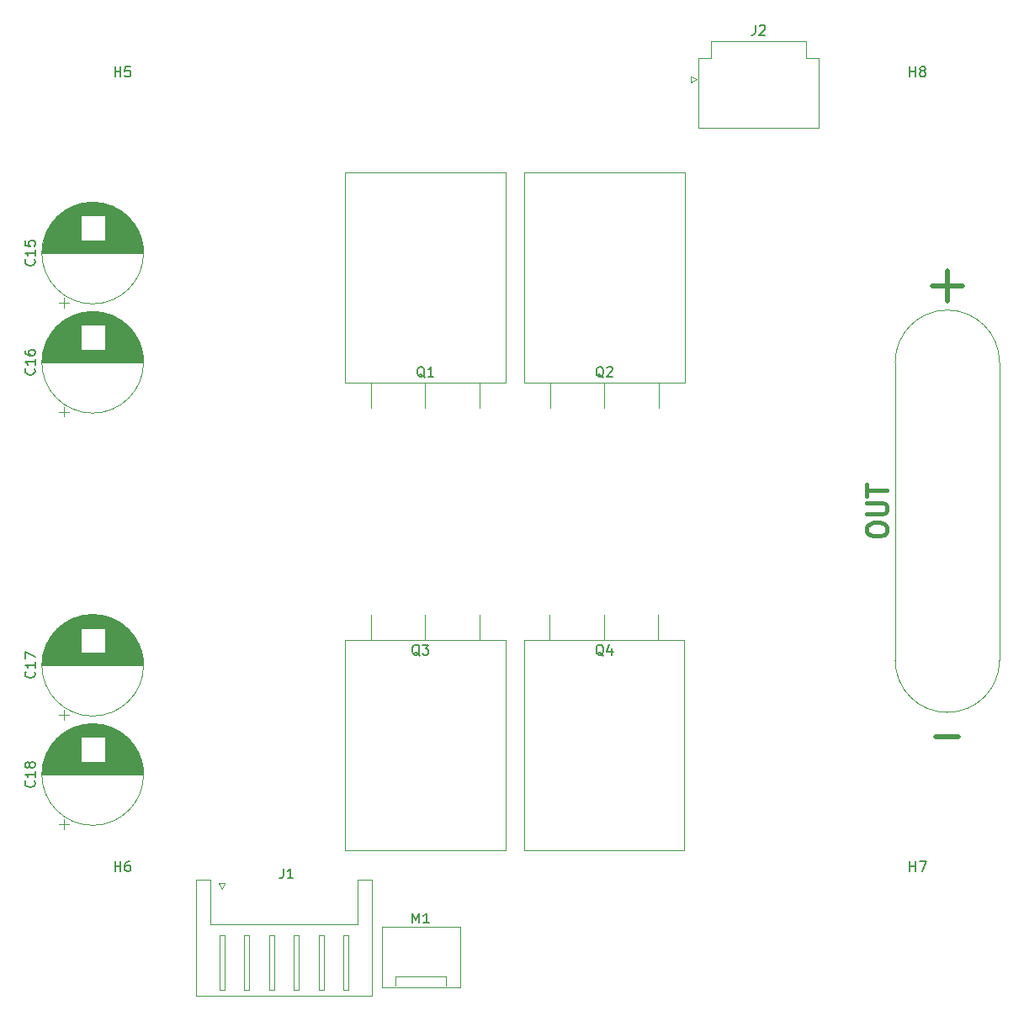
<source format=gbr>
G04 #@! TF.GenerationSoftware,KiCad,Pcbnew,5.1.10-88a1d61d58~88~ubuntu20.04.1*
G04 #@! TF.CreationDate,2021-05-27T23:52:00-04:00*
G04 #@! TF.ProjectId,universal-half-bridge,756e6976-6572-4736-916c-2d68616c662d,rev?*
G04 #@! TF.SameCoordinates,Original*
G04 #@! TF.FileFunction,Legend,Top*
G04 #@! TF.FilePolarity,Positive*
%FSLAX46Y46*%
G04 Gerber Fmt 4.6, Leading zero omitted, Abs format (unit mm)*
G04 Created by KiCad (PCBNEW 5.1.10-88a1d61d58~88~ubuntu20.04.1) date 2021-05-27 23:52:00*
%MOMM*%
%LPD*%
G01*
G04 APERTURE LIST*
%ADD10C,0.400000*%
%ADD11C,0.500000*%
%ADD12C,0.120000*%
%ADD13C,0.150000*%
G04 APERTURE END LIST*
D10*
X181904761Y-100000000D02*
X181904761Y-99619047D01*
X182000000Y-99428571D01*
X182190476Y-99238095D01*
X182571428Y-99142857D01*
X183238095Y-99142857D01*
X183619047Y-99238095D01*
X183809523Y-99428571D01*
X183904761Y-99619047D01*
X183904761Y-100000000D01*
X183809523Y-100190476D01*
X183619047Y-100380952D01*
X183238095Y-100476190D01*
X182571428Y-100476190D01*
X182190476Y-100380952D01*
X182000000Y-100190476D01*
X181904761Y-100000000D01*
X181904761Y-98285714D02*
X183523809Y-98285714D01*
X183714285Y-98190476D01*
X183809523Y-98095238D01*
X183904761Y-97904761D01*
X183904761Y-97523809D01*
X183809523Y-97333333D01*
X183714285Y-97238095D01*
X183523809Y-97142857D01*
X181904761Y-97142857D01*
X181904761Y-96476190D02*
X181904761Y-95333333D01*
X183904761Y-95904761D02*
X181904761Y-95904761D01*
D11*
X188857142Y-120714285D02*
X191142857Y-120714285D01*
X188476190Y-75285714D02*
X191523809Y-75285714D01*
X190000000Y-76809523D02*
X190000000Y-73761904D01*
D12*
X160900000Y-108400000D02*
X160900000Y-110960000D01*
X155450000Y-108400000D02*
X155450000Y-110960000D01*
X150000000Y-108400000D02*
X150000000Y-110960000D01*
X163520000Y-110960000D02*
X163520000Y-132150000D01*
X147380000Y-110960000D02*
X147380000Y-132150000D01*
X147380000Y-132150000D02*
X163520000Y-132150000D01*
X147380000Y-110960000D02*
X163520000Y-110960000D01*
X109120000Y-124500000D02*
G75*
G03*
X109120000Y-124500000I-5120000J0D01*
G01*
X98920000Y-124500000D02*
X109080000Y-124500000D01*
X98920000Y-124460000D02*
X109080000Y-124460000D01*
X98920000Y-124420000D02*
X109080000Y-124420000D01*
X98921000Y-124380000D02*
X109079000Y-124380000D01*
X98922000Y-124340000D02*
X109078000Y-124340000D01*
X98923000Y-124300000D02*
X109077000Y-124300000D01*
X98925000Y-124260000D02*
X109075000Y-124260000D01*
X98927000Y-124220000D02*
X109073000Y-124220000D01*
X98930000Y-124180000D02*
X109070000Y-124180000D01*
X98932000Y-124140000D02*
X109068000Y-124140000D01*
X98935000Y-124100000D02*
X109065000Y-124100000D01*
X98938000Y-124060000D02*
X109062000Y-124060000D01*
X98942000Y-124020000D02*
X109058000Y-124020000D01*
X98946000Y-123980000D02*
X109054000Y-123980000D01*
X98950000Y-123940000D02*
X109050000Y-123940000D01*
X98955000Y-123900000D02*
X109045000Y-123900000D01*
X98960000Y-123860000D02*
X109040000Y-123860000D01*
X98965000Y-123820000D02*
X109035000Y-123820000D01*
X98970000Y-123779000D02*
X109030000Y-123779000D01*
X98976000Y-123739000D02*
X109024000Y-123739000D01*
X98982000Y-123699000D02*
X109018000Y-123699000D01*
X98989000Y-123659000D02*
X109011000Y-123659000D01*
X98996000Y-123619000D02*
X109004000Y-123619000D01*
X99003000Y-123579000D02*
X108997000Y-123579000D01*
X99010000Y-123539000D02*
X108990000Y-123539000D01*
X99018000Y-123499000D02*
X108982000Y-123499000D01*
X99026000Y-123459000D02*
X108974000Y-123459000D01*
X99035000Y-123419000D02*
X108965000Y-123419000D01*
X99044000Y-123379000D02*
X108956000Y-123379000D01*
X99053000Y-123339000D02*
X108947000Y-123339000D01*
X99062000Y-123299000D02*
X108938000Y-123299000D01*
X99072000Y-123259000D02*
X108928000Y-123259000D01*
X99082000Y-123219000D02*
X102759000Y-123219000D01*
X105241000Y-123219000D02*
X108918000Y-123219000D01*
X99093000Y-123179000D02*
X102759000Y-123179000D01*
X105241000Y-123179000D02*
X108907000Y-123179000D01*
X99103000Y-123139000D02*
X102759000Y-123139000D01*
X105241000Y-123139000D02*
X108897000Y-123139000D01*
X99115000Y-123099000D02*
X102759000Y-123099000D01*
X105241000Y-123099000D02*
X108885000Y-123099000D01*
X99126000Y-123059000D02*
X102759000Y-123059000D01*
X105241000Y-123059000D02*
X108874000Y-123059000D01*
X99138000Y-123019000D02*
X102759000Y-123019000D01*
X105241000Y-123019000D02*
X108862000Y-123019000D01*
X99150000Y-122979000D02*
X102759000Y-122979000D01*
X105241000Y-122979000D02*
X108850000Y-122979000D01*
X99163000Y-122939000D02*
X102759000Y-122939000D01*
X105241000Y-122939000D02*
X108837000Y-122939000D01*
X99176000Y-122899000D02*
X102759000Y-122899000D01*
X105241000Y-122899000D02*
X108824000Y-122899000D01*
X99189000Y-122859000D02*
X102759000Y-122859000D01*
X105241000Y-122859000D02*
X108811000Y-122859000D01*
X99203000Y-122819000D02*
X102759000Y-122819000D01*
X105241000Y-122819000D02*
X108797000Y-122819000D01*
X99217000Y-122779000D02*
X102759000Y-122779000D01*
X105241000Y-122779000D02*
X108783000Y-122779000D01*
X99232000Y-122739000D02*
X102759000Y-122739000D01*
X105241000Y-122739000D02*
X108768000Y-122739000D01*
X99246000Y-122699000D02*
X102759000Y-122699000D01*
X105241000Y-122699000D02*
X108754000Y-122699000D01*
X99262000Y-122659000D02*
X102759000Y-122659000D01*
X105241000Y-122659000D02*
X108738000Y-122659000D01*
X99277000Y-122619000D02*
X102759000Y-122619000D01*
X105241000Y-122619000D02*
X108723000Y-122619000D01*
X99293000Y-122579000D02*
X102759000Y-122579000D01*
X105241000Y-122579000D02*
X108707000Y-122579000D01*
X99310000Y-122539000D02*
X102759000Y-122539000D01*
X105241000Y-122539000D02*
X108690000Y-122539000D01*
X99326000Y-122499000D02*
X102759000Y-122499000D01*
X105241000Y-122499000D02*
X108674000Y-122499000D01*
X99343000Y-122459000D02*
X102759000Y-122459000D01*
X105241000Y-122459000D02*
X108657000Y-122459000D01*
X99361000Y-122419000D02*
X102759000Y-122419000D01*
X105241000Y-122419000D02*
X108639000Y-122419000D01*
X99379000Y-122379000D02*
X102759000Y-122379000D01*
X105241000Y-122379000D02*
X108621000Y-122379000D01*
X99397000Y-122339000D02*
X102759000Y-122339000D01*
X105241000Y-122339000D02*
X108603000Y-122339000D01*
X99416000Y-122299000D02*
X102759000Y-122299000D01*
X105241000Y-122299000D02*
X108584000Y-122299000D01*
X99436000Y-122259000D02*
X102759000Y-122259000D01*
X105241000Y-122259000D02*
X108564000Y-122259000D01*
X99455000Y-122219000D02*
X102759000Y-122219000D01*
X105241000Y-122219000D02*
X108545000Y-122219000D01*
X99475000Y-122179000D02*
X102759000Y-122179000D01*
X105241000Y-122179000D02*
X108525000Y-122179000D01*
X99496000Y-122139000D02*
X102759000Y-122139000D01*
X105241000Y-122139000D02*
X108504000Y-122139000D01*
X99517000Y-122099000D02*
X102759000Y-122099000D01*
X105241000Y-122099000D02*
X108483000Y-122099000D01*
X99538000Y-122059000D02*
X102759000Y-122059000D01*
X105241000Y-122059000D02*
X108462000Y-122059000D01*
X99560000Y-122019000D02*
X102759000Y-122019000D01*
X105241000Y-122019000D02*
X108440000Y-122019000D01*
X99583000Y-121979000D02*
X102759000Y-121979000D01*
X105241000Y-121979000D02*
X108417000Y-121979000D01*
X99605000Y-121939000D02*
X102759000Y-121939000D01*
X105241000Y-121939000D02*
X108395000Y-121939000D01*
X99629000Y-121899000D02*
X102759000Y-121899000D01*
X105241000Y-121899000D02*
X108371000Y-121899000D01*
X99653000Y-121859000D02*
X102759000Y-121859000D01*
X105241000Y-121859000D02*
X108347000Y-121859000D01*
X99677000Y-121819000D02*
X102759000Y-121819000D01*
X105241000Y-121819000D02*
X108323000Y-121819000D01*
X99702000Y-121779000D02*
X102759000Y-121779000D01*
X105241000Y-121779000D02*
X108298000Y-121779000D01*
X99727000Y-121739000D02*
X102759000Y-121739000D01*
X105241000Y-121739000D02*
X108273000Y-121739000D01*
X99753000Y-121699000D02*
X102759000Y-121699000D01*
X105241000Y-121699000D02*
X108247000Y-121699000D01*
X99779000Y-121659000D02*
X102759000Y-121659000D01*
X105241000Y-121659000D02*
X108221000Y-121659000D01*
X99806000Y-121619000D02*
X102759000Y-121619000D01*
X105241000Y-121619000D02*
X108194000Y-121619000D01*
X99834000Y-121579000D02*
X102759000Y-121579000D01*
X105241000Y-121579000D02*
X108166000Y-121579000D01*
X99862000Y-121539000D02*
X102759000Y-121539000D01*
X105241000Y-121539000D02*
X108138000Y-121539000D01*
X99890000Y-121499000D02*
X102759000Y-121499000D01*
X105241000Y-121499000D02*
X108110000Y-121499000D01*
X99920000Y-121459000D02*
X102759000Y-121459000D01*
X105241000Y-121459000D02*
X108080000Y-121459000D01*
X99950000Y-121419000D02*
X102759000Y-121419000D01*
X105241000Y-121419000D02*
X108050000Y-121419000D01*
X99980000Y-121379000D02*
X102759000Y-121379000D01*
X105241000Y-121379000D02*
X108020000Y-121379000D01*
X100011000Y-121339000D02*
X102759000Y-121339000D01*
X105241000Y-121339000D02*
X107989000Y-121339000D01*
X100043000Y-121299000D02*
X102759000Y-121299000D01*
X105241000Y-121299000D02*
X107957000Y-121299000D01*
X100075000Y-121259000D02*
X102759000Y-121259000D01*
X105241000Y-121259000D02*
X107925000Y-121259000D01*
X100108000Y-121219000D02*
X102759000Y-121219000D01*
X105241000Y-121219000D02*
X107892000Y-121219000D01*
X100142000Y-121179000D02*
X102759000Y-121179000D01*
X105241000Y-121179000D02*
X107858000Y-121179000D01*
X100176000Y-121139000D02*
X102759000Y-121139000D01*
X105241000Y-121139000D02*
X107824000Y-121139000D01*
X100211000Y-121099000D02*
X102759000Y-121099000D01*
X105241000Y-121099000D02*
X107789000Y-121099000D01*
X100247000Y-121059000D02*
X102759000Y-121059000D01*
X105241000Y-121059000D02*
X107753000Y-121059000D01*
X100284000Y-121019000D02*
X102759000Y-121019000D01*
X105241000Y-121019000D02*
X107716000Y-121019000D01*
X100321000Y-120979000D02*
X102759000Y-120979000D01*
X105241000Y-120979000D02*
X107679000Y-120979000D01*
X100360000Y-120939000D02*
X102759000Y-120939000D01*
X105241000Y-120939000D02*
X107640000Y-120939000D01*
X100399000Y-120899000D02*
X102759000Y-120899000D01*
X105241000Y-120899000D02*
X107601000Y-120899000D01*
X100439000Y-120859000D02*
X102759000Y-120859000D01*
X105241000Y-120859000D02*
X107561000Y-120859000D01*
X100480000Y-120819000D02*
X102759000Y-120819000D01*
X105241000Y-120819000D02*
X107520000Y-120819000D01*
X100522000Y-120779000D02*
X102759000Y-120779000D01*
X105241000Y-120779000D02*
X107478000Y-120779000D01*
X100564000Y-120739000D02*
X107436000Y-120739000D01*
X100608000Y-120699000D02*
X107392000Y-120699000D01*
X100653000Y-120659000D02*
X107347000Y-120659000D01*
X100699000Y-120619000D02*
X107301000Y-120619000D01*
X100746000Y-120579000D02*
X107254000Y-120579000D01*
X100794000Y-120539000D02*
X107206000Y-120539000D01*
X100844000Y-120499000D02*
X107156000Y-120499000D01*
X100894000Y-120459000D02*
X107106000Y-120459000D01*
X100946000Y-120419000D02*
X107054000Y-120419000D01*
X101000000Y-120379000D02*
X107000000Y-120379000D01*
X101055000Y-120339000D02*
X106945000Y-120339000D01*
X101111000Y-120299000D02*
X106889000Y-120299000D01*
X101170000Y-120259000D02*
X106830000Y-120259000D01*
X101230000Y-120219000D02*
X106770000Y-120219000D01*
X101291000Y-120179000D02*
X106709000Y-120179000D01*
X101355000Y-120139000D02*
X106645000Y-120139000D01*
X101421000Y-120099000D02*
X106579000Y-120099000D01*
X101490000Y-120059000D02*
X106510000Y-120059000D01*
X101561000Y-120019000D02*
X106439000Y-120019000D01*
X101635000Y-119979000D02*
X106365000Y-119979000D01*
X101711000Y-119939000D02*
X106289000Y-119939000D01*
X101791000Y-119899000D02*
X106209000Y-119899000D01*
X101875000Y-119859000D02*
X106125000Y-119859000D01*
X101963000Y-119819000D02*
X106037000Y-119819000D01*
X102056000Y-119779000D02*
X105944000Y-119779000D01*
X102154000Y-119739000D02*
X105846000Y-119739000D01*
X102258000Y-119699000D02*
X105742000Y-119699000D01*
X102370000Y-119659000D02*
X105630000Y-119659000D01*
X102490000Y-119619000D02*
X105510000Y-119619000D01*
X102622000Y-119579000D02*
X105378000Y-119579000D01*
X102770000Y-119539000D02*
X105230000Y-119539000D01*
X102938000Y-119499000D02*
X105062000Y-119499000D01*
X103138000Y-119459000D02*
X104862000Y-119459000D01*
X103401000Y-119419000D02*
X104599000Y-119419000D01*
X101125000Y-129979646D02*
X101125000Y-128979646D01*
X100625000Y-129479646D02*
X101625000Y-129479646D01*
X109120000Y-113500000D02*
G75*
G03*
X109120000Y-113500000I-5120000J0D01*
G01*
X98920000Y-113500000D02*
X109080000Y-113500000D01*
X98920000Y-113460000D02*
X109080000Y-113460000D01*
X98920000Y-113420000D02*
X109080000Y-113420000D01*
X98921000Y-113380000D02*
X109079000Y-113380000D01*
X98922000Y-113340000D02*
X109078000Y-113340000D01*
X98923000Y-113300000D02*
X109077000Y-113300000D01*
X98925000Y-113260000D02*
X109075000Y-113260000D01*
X98927000Y-113220000D02*
X109073000Y-113220000D01*
X98930000Y-113180000D02*
X109070000Y-113180000D01*
X98932000Y-113140000D02*
X109068000Y-113140000D01*
X98935000Y-113100000D02*
X109065000Y-113100000D01*
X98938000Y-113060000D02*
X109062000Y-113060000D01*
X98942000Y-113020000D02*
X109058000Y-113020000D01*
X98946000Y-112980000D02*
X109054000Y-112980000D01*
X98950000Y-112940000D02*
X109050000Y-112940000D01*
X98955000Y-112900000D02*
X109045000Y-112900000D01*
X98960000Y-112860000D02*
X109040000Y-112860000D01*
X98965000Y-112820000D02*
X109035000Y-112820000D01*
X98970000Y-112779000D02*
X109030000Y-112779000D01*
X98976000Y-112739000D02*
X109024000Y-112739000D01*
X98982000Y-112699000D02*
X109018000Y-112699000D01*
X98989000Y-112659000D02*
X109011000Y-112659000D01*
X98996000Y-112619000D02*
X109004000Y-112619000D01*
X99003000Y-112579000D02*
X108997000Y-112579000D01*
X99010000Y-112539000D02*
X108990000Y-112539000D01*
X99018000Y-112499000D02*
X108982000Y-112499000D01*
X99026000Y-112459000D02*
X108974000Y-112459000D01*
X99035000Y-112419000D02*
X108965000Y-112419000D01*
X99044000Y-112379000D02*
X108956000Y-112379000D01*
X99053000Y-112339000D02*
X108947000Y-112339000D01*
X99062000Y-112299000D02*
X108938000Y-112299000D01*
X99072000Y-112259000D02*
X108928000Y-112259000D01*
X99082000Y-112219000D02*
X102759000Y-112219000D01*
X105241000Y-112219000D02*
X108918000Y-112219000D01*
X99093000Y-112179000D02*
X102759000Y-112179000D01*
X105241000Y-112179000D02*
X108907000Y-112179000D01*
X99103000Y-112139000D02*
X102759000Y-112139000D01*
X105241000Y-112139000D02*
X108897000Y-112139000D01*
X99115000Y-112099000D02*
X102759000Y-112099000D01*
X105241000Y-112099000D02*
X108885000Y-112099000D01*
X99126000Y-112059000D02*
X102759000Y-112059000D01*
X105241000Y-112059000D02*
X108874000Y-112059000D01*
X99138000Y-112019000D02*
X102759000Y-112019000D01*
X105241000Y-112019000D02*
X108862000Y-112019000D01*
X99150000Y-111979000D02*
X102759000Y-111979000D01*
X105241000Y-111979000D02*
X108850000Y-111979000D01*
X99163000Y-111939000D02*
X102759000Y-111939000D01*
X105241000Y-111939000D02*
X108837000Y-111939000D01*
X99176000Y-111899000D02*
X102759000Y-111899000D01*
X105241000Y-111899000D02*
X108824000Y-111899000D01*
X99189000Y-111859000D02*
X102759000Y-111859000D01*
X105241000Y-111859000D02*
X108811000Y-111859000D01*
X99203000Y-111819000D02*
X102759000Y-111819000D01*
X105241000Y-111819000D02*
X108797000Y-111819000D01*
X99217000Y-111779000D02*
X102759000Y-111779000D01*
X105241000Y-111779000D02*
X108783000Y-111779000D01*
X99232000Y-111739000D02*
X102759000Y-111739000D01*
X105241000Y-111739000D02*
X108768000Y-111739000D01*
X99246000Y-111699000D02*
X102759000Y-111699000D01*
X105241000Y-111699000D02*
X108754000Y-111699000D01*
X99262000Y-111659000D02*
X102759000Y-111659000D01*
X105241000Y-111659000D02*
X108738000Y-111659000D01*
X99277000Y-111619000D02*
X102759000Y-111619000D01*
X105241000Y-111619000D02*
X108723000Y-111619000D01*
X99293000Y-111579000D02*
X102759000Y-111579000D01*
X105241000Y-111579000D02*
X108707000Y-111579000D01*
X99310000Y-111539000D02*
X102759000Y-111539000D01*
X105241000Y-111539000D02*
X108690000Y-111539000D01*
X99326000Y-111499000D02*
X102759000Y-111499000D01*
X105241000Y-111499000D02*
X108674000Y-111499000D01*
X99343000Y-111459000D02*
X102759000Y-111459000D01*
X105241000Y-111459000D02*
X108657000Y-111459000D01*
X99361000Y-111419000D02*
X102759000Y-111419000D01*
X105241000Y-111419000D02*
X108639000Y-111419000D01*
X99379000Y-111379000D02*
X102759000Y-111379000D01*
X105241000Y-111379000D02*
X108621000Y-111379000D01*
X99397000Y-111339000D02*
X102759000Y-111339000D01*
X105241000Y-111339000D02*
X108603000Y-111339000D01*
X99416000Y-111299000D02*
X102759000Y-111299000D01*
X105241000Y-111299000D02*
X108584000Y-111299000D01*
X99436000Y-111259000D02*
X102759000Y-111259000D01*
X105241000Y-111259000D02*
X108564000Y-111259000D01*
X99455000Y-111219000D02*
X102759000Y-111219000D01*
X105241000Y-111219000D02*
X108545000Y-111219000D01*
X99475000Y-111179000D02*
X102759000Y-111179000D01*
X105241000Y-111179000D02*
X108525000Y-111179000D01*
X99496000Y-111139000D02*
X102759000Y-111139000D01*
X105241000Y-111139000D02*
X108504000Y-111139000D01*
X99517000Y-111099000D02*
X102759000Y-111099000D01*
X105241000Y-111099000D02*
X108483000Y-111099000D01*
X99538000Y-111059000D02*
X102759000Y-111059000D01*
X105241000Y-111059000D02*
X108462000Y-111059000D01*
X99560000Y-111019000D02*
X102759000Y-111019000D01*
X105241000Y-111019000D02*
X108440000Y-111019000D01*
X99583000Y-110979000D02*
X102759000Y-110979000D01*
X105241000Y-110979000D02*
X108417000Y-110979000D01*
X99605000Y-110939000D02*
X102759000Y-110939000D01*
X105241000Y-110939000D02*
X108395000Y-110939000D01*
X99629000Y-110899000D02*
X102759000Y-110899000D01*
X105241000Y-110899000D02*
X108371000Y-110899000D01*
X99653000Y-110859000D02*
X102759000Y-110859000D01*
X105241000Y-110859000D02*
X108347000Y-110859000D01*
X99677000Y-110819000D02*
X102759000Y-110819000D01*
X105241000Y-110819000D02*
X108323000Y-110819000D01*
X99702000Y-110779000D02*
X102759000Y-110779000D01*
X105241000Y-110779000D02*
X108298000Y-110779000D01*
X99727000Y-110739000D02*
X102759000Y-110739000D01*
X105241000Y-110739000D02*
X108273000Y-110739000D01*
X99753000Y-110699000D02*
X102759000Y-110699000D01*
X105241000Y-110699000D02*
X108247000Y-110699000D01*
X99779000Y-110659000D02*
X102759000Y-110659000D01*
X105241000Y-110659000D02*
X108221000Y-110659000D01*
X99806000Y-110619000D02*
X102759000Y-110619000D01*
X105241000Y-110619000D02*
X108194000Y-110619000D01*
X99834000Y-110579000D02*
X102759000Y-110579000D01*
X105241000Y-110579000D02*
X108166000Y-110579000D01*
X99862000Y-110539000D02*
X102759000Y-110539000D01*
X105241000Y-110539000D02*
X108138000Y-110539000D01*
X99890000Y-110499000D02*
X102759000Y-110499000D01*
X105241000Y-110499000D02*
X108110000Y-110499000D01*
X99920000Y-110459000D02*
X102759000Y-110459000D01*
X105241000Y-110459000D02*
X108080000Y-110459000D01*
X99950000Y-110419000D02*
X102759000Y-110419000D01*
X105241000Y-110419000D02*
X108050000Y-110419000D01*
X99980000Y-110379000D02*
X102759000Y-110379000D01*
X105241000Y-110379000D02*
X108020000Y-110379000D01*
X100011000Y-110339000D02*
X102759000Y-110339000D01*
X105241000Y-110339000D02*
X107989000Y-110339000D01*
X100043000Y-110299000D02*
X102759000Y-110299000D01*
X105241000Y-110299000D02*
X107957000Y-110299000D01*
X100075000Y-110259000D02*
X102759000Y-110259000D01*
X105241000Y-110259000D02*
X107925000Y-110259000D01*
X100108000Y-110219000D02*
X102759000Y-110219000D01*
X105241000Y-110219000D02*
X107892000Y-110219000D01*
X100142000Y-110179000D02*
X102759000Y-110179000D01*
X105241000Y-110179000D02*
X107858000Y-110179000D01*
X100176000Y-110139000D02*
X102759000Y-110139000D01*
X105241000Y-110139000D02*
X107824000Y-110139000D01*
X100211000Y-110099000D02*
X102759000Y-110099000D01*
X105241000Y-110099000D02*
X107789000Y-110099000D01*
X100247000Y-110059000D02*
X102759000Y-110059000D01*
X105241000Y-110059000D02*
X107753000Y-110059000D01*
X100284000Y-110019000D02*
X102759000Y-110019000D01*
X105241000Y-110019000D02*
X107716000Y-110019000D01*
X100321000Y-109979000D02*
X102759000Y-109979000D01*
X105241000Y-109979000D02*
X107679000Y-109979000D01*
X100360000Y-109939000D02*
X102759000Y-109939000D01*
X105241000Y-109939000D02*
X107640000Y-109939000D01*
X100399000Y-109899000D02*
X102759000Y-109899000D01*
X105241000Y-109899000D02*
X107601000Y-109899000D01*
X100439000Y-109859000D02*
X102759000Y-109859000D01*
X105241000Y-109859000D02*
X107561000Y-109859000D01*
X100480000Y-109819000D02*
X102759000Y-109819000D01*
X105241000Y-109819000D02*
X107520000Y-109819000D01*
X100522000Y-109779000D02*
X102759000Y-109779000D01*
X105241000Y-109779000D02*
X107478000Y-109779000D01*
X100564000Y-109739000D02*
X107436000Y-109739000D01*
X100608000Y-109699000D02*
X107392000Y-109699000D01*
X100653000Y-109659000D02*
X107347000Y-109659000D01*
X100699000Y-109619000D02*
X107301000Y-109619000D01*
X100746000Y-109579000D02*
X107254000Y-109579000D01*
X100794000Y-109539000D02*
X107206000Y-109539000D01*
X100844000Y-109499000D02*
X107156000Y-109499000D01*
X100894000Y-109459000D02*
X107106000Y-109459000D01*
X100946000Y-109419000D02*
X107054000Y-109419000D01*
X101000000Y-109379000D02*
X107000000Y-109379000D01*
X101055000Y-109339000D02*
X106945000Y-109339000D01*
X101111000Y-109299000D02*
X106889000Y-109299000D01*
X101170000Y-109259000D02*
X106830000Y-109259000D01*
X101230000Y-109219000D02*
X106770000Y-109219000D01*
X101291000Y-109179000D02*
X106709000Y-109179000D01*
X101355000Y-109139000D02*
X106645000Y-109139000D01*
X101421000Y-109099000D02*
X106579000Y-109099000D01*
X101490000Y-109059000D02*
X106510000Y-109059000D01*
X101561000Y-109019000D02*
X106439000Y-109019000D01*
X101635000Y-108979000D02*
X106365000Y-108979000D01*
X101711000Y-108939000D02*
X106289000Y-108939000D01*
X101791000Y-108899000D02*
X106209000Y-108899000D01*
X101875000Y-108859000D02*
X106125000Y-108859000D01*
X101963000Y-108819000D02*
X106037000Y-108819000D01*
X102056000Y-108779000D02*
X105944000Y-108779000D01*
X102154000Y-108739000D02*
X105846000Y-108739000D01*
X102258000Y-108699000D02*
X105742000Y-108699000D01*
X102370000Y-108659000D02*
X105630000Y-108659000D01*
X102490000Y-108619000D02*
X105510000Y-108619000D01*
X102622000Y-108579000D02*
X105378000Y-108579000D01*
X102770000Y-108539000D02*
X105230000Y-108539000D01*
X102938000Y-108499000D02*
X105062000Y-108499000D01*
X103138000Y-108459000D02*
X104862000Y-108459000D01*
X103401000Y-108419000D02*
X104599000Y-108419000D01*
X101125000Y-118979646D02*
X101125000Y-117979646D01*
X100625000Y-118479646D02*
X101625000Y-118479646D01*
X109120000Y-83000000D02*
G75*
G03*
X109120000Y-83000000I-5120000J0D01*
G01*
X98920000Y-83000000D02*
X109080000Y-83000000D01*
X98920000Y-82960000D02*
X109080000Y-82960000D01*
X98920000Y-82920000D02*
X109080000Y-82920000D01*
X98921000Y-82880000D02*
X109079000Y-82880000D01*
X98922000Y-82840000D02*
X109078000Y-82840000D01*
X98923000Y-82800000D02*
X109077000Y-82800000D01*
X98925000Y-82760000D02*
X109075000Y-82760000D01*
X98927000Y-82720000D02*
X109073000Y-82720000D01*
X98930000Y-82680000D02*
X109070000Y-82680000D01*
X98932000Y-82640000D02*
X109068000Y-82640000D01*
X98935000Y-82600000D02*
X109065000Y-82600000D01*
X98938000Y-82560000D02*
X109062000Y-82560000D01*
X98942000Y-82520000D02*
X109058000Y-82520000D01*
X98946000Y-82480000D02*
X109054000Y-82480000D01*
X98950000Y-82440000D02*
X109050000Y-82440000D01*
X98955000Y-82400000D02*
X109045000Y-82400000D01*
X98960000Y-82360000D02*
X109040000Y-82360000D01*
X98965000Y-82320000D02*
X109035000Y-82320000D01*
X98970000Y-82279000D02*
X109030000Y-82279000D01*
X98976000Y-82239000D02*
X109024000Y-82239000D01*
X98982000Y-82199000D02*
X109018000Y-82199000D01*
X98989000Y-82159000D02*
X109011000Y-82159000D01*
X98996000Y-82119000D02*
X109004000Y-82119000D01*
X99003000Y-82079000D02*
X108997000Y-82079000D01*
X99010000Y-82039000D02*
X108990000Y-82039000D01*
X99018000Y-81999000D02*
X108982000Y-81999000D01*
X99026000Y-81959000D02*
X108974000Y-81959000D01*
X99035000Y-81919000D02*
X108965000Y-81919000D01*
X99044000Y-81879000D02*
X108956000Y-81879000D01*
X99053000Y-81839000D02*
X108947000Y-81839000D01*
X99062000Y-81799000D02*
X108938000Y-81799000D01*
X99072000Y-81759000D02*
X108928000Y-81759000D01*
X99082000Y-81719000D02*
X102759000Y-81719000D01*
X105241000Y-81719000D02*
X108918000Y-81719000D01*
X99093000Y-81679000D02*
X102759000Y-81679000D01*
X105241000Y-81679000D02*
X108907000Y-81679000D01*
X99103000Y-81639000D02*
X102759000Y-81639000D01*
X105241000Y-81639000D02*
X108897000Y-81639000D01*
X99115000Y-81599000D02*
X102759000Y-81599000D01*
X105241000Y-81599000D02*
X108885000Y-81599000D01*
X99126000Y-81559000D02*
X102759000Y-81559000D01*
X105241000Y-81559000D02*
X108874000Y-81559000D01*
X99138000Y-81519000D02*
X102759000Y-81519000D01*
X105241000Y-81519000D02*
X108862000Y-81519000D01*
X99150000Y-81479000D02*
X102759000Y-81479000D01*
X105241000Y-81479000D02*
X108850000Y-81479000D01*
X99163000Y-81439000D02*
X102759000Y-81439000D01*
X105241000Y-81439000D02*
X108837000Y-81439000D01*
X99176000Y-81399000D02*
X102759000Y-81399000D01*
X105241000Y-81399000D02*
X108824000Y-81399000D01*
X99189000Y-81359000D02*
X102759000Y-81359000D01*
X105241000Y-81359000D02*
X108811000Y-81359000D01*
X99203000Y-81319000D02*
X102759000Y-81319000D01*
X105241000Y-81319000D02*
X108797000Y-81319000D01*
X99217000Y-81279000D02*
X102759000Y-81279000D01*
X105241000Y-81279000D02*
X108783000Y-81279000D01*
X99232000Y-81239000D02*
X102759000Y-81239000D01*
X105241000Y-81239000D02*
X108768000Y-81239000D01*
X99246000Y-81199000D02*
X102759000Y-81199000D01*
X105241000Y-81199000D02*
X108754000Y-81199000D01*
X99262000Y-81159000D02*
X102759000Y-81159000D01*
X105241000Y-81159000D02*
X108738000Y-81159000D01*
X99277000Y-81119000D02*
X102759000Y-81119000D01*
X105241000Y-81119000D02*
X108723000Y-81119000D01*
X99293000Y-81079000D02*
X102759000Y-81079000D01*
X105241000Y-81079000D02*
X108707000Y-81079000D01*
X99310000Y-81039000D02*
X102759000Y-81039000D01*
X105241000Y-81039000D02*
X108690000Y-81039000D01*
X99326000Y-80999000D02*
X102759000Y-80999000D01*
X105241000Y-80999000D02*
X108674000Y-80999000D01*
X99343000Y-80959000D02*
X102759000Y-80959000D01*
X105241000Y-80959000D02*
X108657000Y-80959000D01*
X99361000Y-80919000D02*
X102759000Y-80919000D01*
X105241000Y-80919000D02*
X108639000Y-80919000D01*
X99379000Y-80879000D02*
X102759000Y-80879000D01*
X105241000Y-80879000D02*
X108621000Y-80879000D01*
X99397000Y-80839000D02*
X102759000Y-80839000D01*
X105241000Y-80839000D02*
X108603000Y-80839000D01*
X99416000Y-80799000D02*
X102759000Y-80799000D01*
X105241000Y-80799000D02*
X108584000Y-80799000D01*
X99436000Y-80759000D02*
X102759000Y-80759000D01*
X105241000Y-80759000D02*
X108564000Y-80759000D01*
X99455000Y-80719000D02*
X102759000Y-80719000D01*
X105241000Y-80719000D02*
X108545000Y-80719000D01*
X99475000Y-80679000D02*
X102759000Y-80679000D01*
X105241000Y-80679000D02*
X108525000Y-80679000D01*
X99496000Y-80639000D02*
X102759000Y-80639000D01*
X105241000Y-80639000D02*
X108504000Y-80639000D01*
X99517000Y-80599000D02*
X102759000Y-80599000D01*
X105241000Y-80599000D02*
X108483000Y-80599000D01*
X99538000Y-80559000D02*
X102759000Y-80559000D01*
X105241000Y-80559000D02*
X108462000Y-80559000D01*
X99560000Y-80519000D02*
X102759000Y-80519000D01*
X105241000Y-80519000D02*
X108440000Y-80519000D01*
X99583000Y-80479000D02*
X102759000Y-80479000D01*
X105241000Y-80479000D02*
X108417000Y-80479000D01*
X99605000Y-80439000D02*
X102759000Y-80439000D01*
X105241000Y-80439000D02*
X108395000Y-80439000D01*
X99629000Y-80399000D02*
X102759000Y-80399000D01*
X105241000Y-80399000D02*
X108371000Y-80399000D01*
X99653000Y-80359000D02*
X102759000Y-80359000D01*
X105241000Y-80359000D02*
X108347000Y-80359000D01*
X99677000Y-80319000D02*
X102759000Y-80319000D01*
X105241000Y-80319000D02*
X108323000Y-80319000D01*
X99702000Y-80279000D02*
X102759000Y-80279000D01*
X105241000Y-80279000D02*
X108298000Y-80279000D01*
X99727000Y-80239000D02*
X102759000Y-80239000D01*
X105241000Y-80239000D02*
X108273000Y-80239000D01*
X99753000Y-80199000D02*
X102759000Y-80199000D01*
X105241000Y-80199000D02*
X108247000Y-80199000D01*
X99779000Y-80159000D02*
X102759000Y-80159000D01*
X105241000Y-80159000D02*
X108221000Y-80159000D01*
X99806000Y-80119000D02*
X102759000Y-80119000D01*
X105241000Y-80119000D02*
X108194000Y-80119000D01*
X99834000Y-80079000D02*
X102759000Y-80079000D01*
X105241000Y-80079000D02*
X108166000Y-80079000D01*
X99862000Y-80039000D02*
X102759000Y-80039000D01*
X105241000Y-80039000D02*
X108138000Y-80039000D01*
X99890000Y-79999000D02*
X102759000Y-79999000D01*
X105241000Y-79999000D02*
X108110000Y-79999000D01*
X99920000Y-79959000D02*
X102759000Y-79959000D01*
X105241000Y-79959000D02*
X108080000Y-79959000D01*
X99950000Y-79919000D02*
X102759000Y-79919000D01*
X105241000Y-79919000D02*
X108050000Y-79919000D01*
X99980000Y-79879000D02*
X102759000Y-79879000D01*
X105241000Y-79879000D02*
X108020000Y-79879000D01*
X100011000Y-79839000D02*
X102759000Y-79839000D01*
X105241000Y-79839000D02*
X107989000Y-79839000D01*
X100043000Y-79799000D02*
X102759000Y-79799000D01*
X105241000Y-79799000D02*
X107957000Y-79799000D01*
X100075000Y-79759000D02*
X102759000Y-79759000D01*
X105241000Y-79759000D02*
X107925000Y-79759000D01*
X100108000Y-79719000D02*
X102759000Y-79719000D01*
X105241000Y-79719000D02*
X107892000Y-79719000D01*
X100142000Y-79679000D02*
X102759000Y-79679000D01*
X105241000Y-79679000D02*
X107858000Y-79679000D01*
X100176000Y-79639000D02*
X102759000Y-79639000D01*
X105241000Y-79639000D02*
X107824000Y-79639000D01*
X100211000Y-79599000D02*
X102759000Y-79599000D01*
X105241000Y-79599000D02*
X107789000Y-79599000D01*
X100247000Y-79559000D02*
X102759000Y-79559000D01*
X105241000Y-79559000D02*
X107753000Y-79559000D01*
X100284000Y-79519000D02*
X102759000Y-79519000D01*
X105241000Y-79519000D02*
X107716000Y-79519000D01*
X100321000Y-79479000D02*
X102759000Y-79479000D01*
X105241000Y-79479000D02*
X107679000Y-79479000D01*
X100360000Y-79439000D02*
X102759000Y-79439000D01*
X105241000Y-79439000D02*
X107640000Y-79439000D01*
X100399000Y-79399000D02*
X102759000Y-79399000D01*
X105241000Y-79399000D02*
X107601000Y-79399000D01*
X100439000Y-79359000D02*
X102759000Y-79359000D01*
X105241000Y-79359000D02*
X107561000Y-79359000D01*
X100480000Y-79319000D02*
X102759000Y-79319000D01*
X105241000Y-79319000D02*
X107520000Y-79319000D01*
X100522000Y-79279000D02*
X102759000Y-79279000D01*
X105241000Y-79279000D02*
X107478000Y-79279000D01*
X100564000Y-79239000D02*
X107436000Y-79239000D01*
X100608000Y-79199000D02*
X107392000Y-79199000D01*
X100653000Y-79159000D02*
X107347000Y-79159000D01*
X100699000Y-79119000D02*
X107301000Y-79119000D01*
X100746000Y-79079000D02*
X107254000Y-79079000D01*
X100794000Y-79039000D02*
X107206000Y-79039000D01*
X100844000Y-78999000D02*
X107156000Y-78999000D01*
X100894000Y-78959000D02*
X107106000Y-78959000D01*
X100946000Y-78919000D02*
X107054000Y-78919000D01*
X101000000Y-78879000D02*
X107000000Y-78879000D01*
X101055000Y-78839000D02*
X106945000Y-78839000D01*
X101111000Y-78799000D02*
X106889000Y-78799000D01*
X101170000Y-78759000D02*
X106830000Y-78759000D01*
X101230000Y-78719000D02*
X106770000Y-78719000D01*
X101291000Y-78679000D02*
X106709000Y-78679000D01*
X101355000Y-78639000D02*
X106645000Y-78639000D01*
X101421000Y-78599000D02*
X106579000Y-78599000D01*
X101490000Y-78559000D02*
X106510000Y-78559000D01*
X101561000Y-78519000D02*
X106439000Y-78519000D01*
X101635000Y-78479000D02*
X106365000Y-78479000D01*
X101711000Y-78439000D02*
X106289000Y-78439000D01*
X101791000Y-78399000D02*
X106209000Y-78399000D01*
X101875000Y-78359000D02*
X106125000Y-78359000D01*
X101963000Y-78319000D02*
X106037000Y-78319000D01*
X102056000Y-78279000D02*
X105944000Y-78279000D01*
X102154000Y-78239000D02*
X105846000Y-78239000D01*
X102258000Y-78199000D02*
X105742000Y-78199000D01*
X102370000Y-78159000D02*
X105630000Y-78159000D01*
X102490000Y-78119000D02*
X105510000Y-78119000D01*
X102622000Y-78079000D02*
X105378000Y-78079000D01*
X102770000Y-78039000D02*
X105230000Y-78039000D01*
X102938000Y-77999000D02*
X105062000Y-77999000D01*
X103138000Y-77959000D02*
X104862000Y-77959000D01*
X103401000Y-77919000D02*
X104599000Y-77919000D01*
X101125000Y-88479646D02*
X101125000Y-87479646D01*
X100625000Y-87979646D02*
X101625000Y-87979646D01*
X109120000Y-72000000D02*
G75*
G03*
X109120000Y-72000000I-5120000J0D01*
G01*
X98920000Y-72000000D02*
X109080000Y-72000000D01*
X98920000Y-71960000D02*
X109080000Y-71960000D01*
X98920000Y-71920000D02*
X109080000Y-71920000D01*
X98921000Y-71880000D02*
X109079000Y-71880000D01*
X98922000Y-71840000D02*
X109078000Y-71840000D01*
X98923000Y-71800000D02*
X109077000Y-71800000D01*
X98925000Y-71760000D02*
X109075000Y-71760000D01*
X98927000Y-71720000D02*
X109073000Y-71720000D01*
X98930000Y-71680000D02*
X109070000Y-71680000D01*
X98932000Y-71640000D02*
X109068000Y-71640000D01*
X98935000Y-71600000D02*
X109065000Y-71600000D01*
X98938000Y-71560000D02*
X109062000Y-71560000D01*
X98942000Y-71520000D02*
X109058000Y-71520000D01*
X98946000Y-71480000D02*
X109054000Y-71480000D01*
X98950000Y-71440000D02*
X109050000Y-71440000D01*
X98955000Y-71400000D02*
X109045000Y-71400000D01*
X98960000Y-71360000D02*
X109040000Y-71360000D01*
X98965000Y-71320000D02*
X109035000Y-71320000D01*
X98970000Y-71279000D02*
X109030000Y-71279000D01*
X98976000Y-71239000D02*
X109024000Y-71239000D01*
X98982000Y-71199000D02*
X109018000Y-71199000D01*
X98989000Y-71159000D02*
X109011000Y-71159000D01*
X98996000Y-71119000D02*
X109004000Y-71119000D01*
X99003000Y-71079000D02*
X108997000Y-71079000D01*
X99010000Y-71039000D02*
X108990000Y-71039000D01*
X99018000Y-70999000D02*
X108982000Y-70999000D01*
X99026000Y-70959000D02*
X108974000Y-70959000D01*
X99035000Y-70919000D02*
X108965000Y-70919000D01*
X99044000Y-70879000D02*
X108956000Y-70879000D01*
X99053000Y-70839000D02*
X108947000Y-70839000D01*
X99062000Y-70799000D02*
X108938000Y-70799000D01*
X99072000Y-70759000D02*
X108928000Y-70759000D01*
X99082000Y-70719000D02*
X102759000Y-70719000D01*
X105241000Y-70719000D02*
X108918000Y-70719000D01*
X99093000Y-70679000D02*
X102759000Y-70679000D01*
X105241000Y-70679000D02*
X108907000Y-70679000D01*
X99103000Y-70639000D02*
X102759000Y-70639000D01*
X105241000Y-70639000D02*
X108897000Y-70639000D01*
X99115000Y-70599000D02*
X102759000Y-70599000D01*
X105241000Y-70599000D02*
X108885000Y-70599000D01*
X99126000Y-70559000D02*
X102759000Y-70559000D01*
X105241000Y-70559000D02*
X108874000Y-70559000D01*
X99138000Y-70519000D02*
X102759000Y-70519000D01*
X105241000Y-70519000D02*
X108862000Y-70519000D01*
X99150000Y-70479000D02*
X102759000Y-70479000D01*
X105241000Y-70479000D02*
X108850000Y-70479000D01*
X99163000Y-70439000D02*
X102759000Y-70439000D01*
X105241000Y-70439000D02*
X108837000Y-70439000D01*
X99176000Y-70399000D02*
X102759000Y-70399000D01*
X105241000Y-70399000D02*
X108824000Y-70399000D01*
X99189000Y-70359000D02*
X102759000Y-70359000D01*
X105241000Y-70359000D02*
X108811000Y-70359000D01*
X99203000Y-70319000D02*
X102759000Y-70319000D01*
X105241000Y-70319000D02*
X108797000Y-70319000D01*
X99217000Y-70279000D02*
X102759000Y-70279000D01*
X105241000Y-70279000D02*
X108783000Y-70279000D01*
X99232000Y-70239000D02*
X102759000Y-70239000D01*
X105241000Y-70239000D02*
X108768000Y-70239000D01*
X99246000Y-70199000D02*
X102759000Y-70199000D01*
X105241000Y-70199000D02*
X108754000Y-70199000D01*
X99262000Y-70159000D02*
X102759000Y-70159000D01*
X105241000Y-70159000D02*
X108738000Y-70159000D01*
X99277000Y-70119000D02*
X102759000Y-70119000D01*
X105241000Y-70119000D02*
X108723000Y-70119000D01*
X99293000Y-70079000D02*
X102759000Y-70079000D01*
X105241000Y-70079000D02*
X108707000Y-70079000D01*
X99310000Y-70039000D02*
X102759000Y-70039000D01*
X105241000Y-70039000D02*
X108690000Y-70039000D01*
X99326000Y-69999000D02*
X102759000Y-69999000D01*
X105241000Y-69999000D02*
X108674000Y-69999000D01*
X99343000Y-69959000D02*
X102759000Y-69959000D01*
X105241000Y-69959000D02*
X108657000Y-69959000D01*
X99361000Y-69919000D02*
X102759000Y-69919000D01*
X105241000Y-69919000D02*
X108639000Y-69919000D01*
X99379000Y-69879000D02*
X102759000Y-69879000D01*
X105241000Y-69879000D02*
X108621000Y-69879000D01*
X99397000Y-69839000D02*
X102759000Y-69839000D01*
X105241000Y-69839000D02*
X108603000Y-69839000D01*
X99416000Y-69799000D02*
X102759000Y-69799000D01*
X105241000Y-69799000D02*
X108584000Y-69799000D01*
X99436000Y-69759000D02*
X102759000Y-69759000D01*
X105241000Y-69759000D02*
X108564000Y-69759000D01*
X99455000Y-69719000D02*
X102759000Y-69719000D01*
X105241000Y-69719000D02*
X108545000Y-69719000D01*
X99475000Y-69679000D02*
X102759000Y-69679000D01*
X105241000Y-69679000D02*
X108525000Y-69679000D01*
X99496000Y-69639000D02*
X102759000Y-69639000D01*
X105241000Y-69639000D02*
X108504000Y-69639000D01*
X99517000Y-69599000D02*
X102759000Y-69599000D01*
X105241000Y-69599000D02*
X108483000Y-69599000D01*
X99538000Y-69559000D02*
X102759000Y-69559000D01*
X105241000Y-69559000D02*
X108462000Y-69559000D01*
X99560000Y-69519000D02*
X102759000Y-69519000D01*
X105241000Y-69519000D02*
X108440000Y-69519000D01*
X99583000Y-69479000D02*
X102759000Y-69479000D01*
X105241000Y-69479000D02*
X108417000Y-69479000D01*
X99605000Y-69439000D02*
X102759000Y-69439000D01*
X105241000Y-69439000D02*
X108395000Y-69439000D01*
X99629000Y-69399000D02*
X102759000Y-69399000D01*
X105241000Y-69399000D02*
X108371000Y-69399000D01*
X99653000Y-69359000D02*
X102759000Y-69359000D01*
X105241000Y-69359000D02*
X108347000Y-69359000D01*
X99677000Y-69319000D02*
X102759000Y-69319000D01*
X105241000Y-69319000D02*
X108323000Y-69319000D01*
X99702000Y-69279000D02*
X102759000Y-69279000D01*
X105241000Y-69279000D02*
X108298000Y-69279000D01*
X99727000Y-69239000D02*
X102759000Y-69239000D01*
X105241000Y-69239000D02*
X108273000Y-69239000D01*
X99753000Y-69199000D02*
X102759000Y-69199000D01*
X105241000Y-69199000D02*
X108247000Y-69199000D01*
X99779000Y-69159000D02*
X102759000Y-69159000D01*
X105241000Y-69159000D02*
X108221000Y-69159000D01*
X99806000Y-69119000D02*
X102759000Y-69119000D01*
X105241000Y-69119000D02*
X108194000Y-69119000D01*
X99834000Y-69079000D02*
X102759000Y-69079000D01*
X105241000Y-69079000D02*
X108166000Y-69079000D01*
X99862000Y-69039000D02*
X102759000Y-69039000D01*
X105241000Y-69039000D02*
X108138000Y-69039000D01*
X99890000Y-68999000D02*
X102759000Y-68999000D01*
X105241000Y-68999000D02*
X108110000Y-68999000D01*
X99920000Y-68959000D02*
X102759000Y-68959000D01*
X105241000Y-68959000D02*
X108080000Y-68959000D01*
X99950000Y-68919000D02*
X102759000Y-68919000D01*
X105241000Y-68919000D02*
X108050000Y-68919000D01*
X99980000Y-68879000D02*
X102759000Y-68879000D01*
X105241000Y-68879000D02*
X108020000Y-68879000D01*
X100011000Y-68839000D02*
X102759000Y-68839000D01*
X105241000Y-68839000D02*
X107989000Y-68839000D01*
X100043000Y-68799000D02*
X102759000Y-68799000D01*
X105241000Y-68799000D02*
X107957000Y-68799000D01*
X100075000Y-68759000D02*
X102759000Y-68759000D01*
X105241000Y-68759000D02*
X107925000Y-68759000D01*
X100108000Y-68719000D02*
X102759000Y-68719000D01*
X105241000Y-68719000D02*
X107892000Y-68719000D01*
X100142000Y-68679000D02*
X102759000Y-68679000D01*
X105241000Y-68679000D02*
X107858000Y-68679000D01*
X100176000Y-68639000D02*
X102759000Y-68639000D01*
X105241000Y-68639000D02*
X107824000Y-68639000D01*
X100211000Y-68599000D02*
X102759000Y-68599000D01*
X105241000Y-68599000D02*
X107789000Y-68599000D01*
X100247000Y-68559000D02*
X102759000Y-68559000D01*
X105241000Y-68559000D02*
X107753000Y-68559000D01*
X100284000Y-68519000D02*
X102759000Y-68519000D01*
X105241000Y-68519000D02*
X107716000Y-68519000D01*
X100321000Y-68479000D02*
X102759000Y-68479000D01*
X105241000Y-68479000D02*
X107679000Y-68479000D01*
X100360000Y-68439000D02*
X102759000Y-68439000D01*
X105241000Y-68439000D02*
X107640000Y-68439000D01*
X100399000Y-68399000D02*
X102759000Y-68399000D01*
X105241000Y-68399000D02*
X107601000Y-68399000D01*
X100439000Y-68359000D02*
X102759000Y-68359000D01*
X105241000Y-68359000D02*
X107561000Y-68359000D01*
X100480000Y-68319000D02*
X102759000Y-68319000D01*
X105241000Y-68319000D02*
X107520000Y-68319000D01*
X100522000Y-68279000D02*
X102759000Y-68279000D01*
X105241000Y-68279000D02*
X107478000Y-68279000D01*
X100564000Y-68239000D02*
X107436000Y-68239000D01*
X100608000Y-68199000D02*
X107392000Y-68199000D01*
X100653000Y-68159000D02*
X107347000Y-68159000D01*
X100699000Y-68119000D02*
X107301000Y-68119000D01*
X100746000Y-68079000D02*
X107254000Y-68079000D01*
X100794000Y-68039000D02*
X107206000Y-68039000D01*
X100844000Y-67999000D02*
X107156000Y-67999000D01*
X100894000Y-67959000D02*
X107106000Y-67959000D01*
X100946000Y-67919000D02*
X107054000Y-67919000D01*
X101000000Y-67879000D02*
X107000000Y-67879000D01*
X101055000Y-67839000D02*
X106945000Y-67839000D01*
X101111000Y-67799000D02*
X106889000Y-67799000D01*
X101170000Y-67759000D02*
X106830000Y-67759000D01*
X101230000Y-67719000D02*
X106770000Y-67719000D01*
X101291000Y-67679000D02*
X106709000Y-67679000D01*
X101355000Y-67639000D02*
X106645000Y-67639000D01*
X101421000Y-67599000D02*
X106579000Y-67599000D01*
X101490000Y-67559000D02*
X106510000Y-67559000D01*
X101561000Y-67519000D02*
X106439000Y-67519000D01*
X101635000Y-67479000D02*
X106365000Y-67479000D01*
X101711000Y-67439000D02*
X106289000Y-67439000D01*
X101791000Y-67399000D02*
X106209000Y-67399000D01*
X101875000Y-67359000D02*
X106125000Y-67359000D01*
X101963000Y-67319000D02*
X106037000Y-67319000D01*
X102056000Y-67279000D02*
X105944000Y-67279000D01*
X102154000Y-67239000D02*
X105846000Y-67239000D01*
X102258000Y-67199000D02*
X105742000Y-67199000D01*
X102370000Y-67159000D02*
X105630000Y-67159000D01*
X102490000Y-67119000D02*
X105510000Y-67119000D01*
X102622000Y-67079000D02*
X105378000Y-67079000D01*
X102770000Y-67039000D02*
X105230000Y-67039000D01*
X102938000Y-66999000D02*
X105062000Y-66999000D01*
X103138000Y-66959000D02*
X104862000Y-66959000D01*
X103401000Y-66919000D02*
X104599000Y-66919000D01*
X101125000Y-77479646D02*
X101125000Y-76479646D01*
X100625000Y-76979646D02*
X101625000Y-76979646D01*
X142900000Y-108400000D02*
X142900000Y-110960000D01*
X137450000Y-108400000D02*
X137450000Y-110960000D01*
X132000000Y-108400000D02*
X132000000Y-110960000D01*
X145520000Y-110960000D02*
X145520000Y-132150000D01*
X129380000Y-110960000D02*
X129380000Y-132150000D01*
X129380000Y-132150000D02*
X145520000Y-132150000D01*
X129380000Y-110960000D02*
X145520000Y-110960000D01*
X117300000Y-135400000D02*
X117000000Y-136000000D01*
X116700000Y-135400000D02*
X117300000Y-135400000D01*
X117000000Y-136000000D02*
X116700000Y-135400000D01*
X129750000Y-140700000D02*
X129250000Y-140700000D01*
X129750000Y-146200000D02*
X129750000Y-140700000D01*
X129250000Y-146200000D02*
X129750000Y-146200000D01*
X129250000Y-140700000D02*
X129250000Y-146200000D01*
X127250000Y-140700000D02*
X126750000Y-140700000D01*
X127250000Y-146200000D02*
X127250000Y-140700000D01*
X126750000Y-146200000D02*
X127250000Y-146200000D01*
X126750000Y-140700000D02*
X126750000Y-146200000D01*
X124750000Y-140700000D02*
X124250000Y-140700000D01*
X124750000Y-146200000D02*
X124750000Y-140700000D01*
X124250000Y-146200000D02*
X124750000Y-146200000D01*
X124250000Y-140700000D02*
X124250000Y-146200000D01*
X122250000Y-140700000D02*
X121750000Y-140700000D01*
X122250000Y-146200000D02*
X122250000Y-140700000D01*
X121750000Y-146200000D02*
X122250000Y-146200000D01*
X121750000Y-140700000D02*
X121750000Y-146200000D01*
X119750000Y-140700000D02*
X119250000Y-140700000D01*
X119750000Y-146200000D02*
X119750000Y-140700000D01*
X119250000Y-146200000D02*
X119750000Y-146200000D01*
X119250000Y-140700000D02*
X119250000Y-146200000D01*
X117250000Y-140700000D02*
X116750000Y-140700000D01*
X117250000Y-146200000D02*
X117250000Y-140700000D01*
X116750000Y-146200000D02*
X117250000Y-146200000D01*
X116750000Y-140700000D02*
X116750000Y-146200000D01*
X130640000Y-139590000D02*
X123250000Y-139590000D01*
X130640000Y-135090000D02*
X130640000Y-139590000D01*
X132060000Y-135090000D02*
X130640000Y-135090000D01*
X132060000Y-146810000D02*
X132060000Y-135090000D01*
X123250000Y-146810000D02*
X132060000Y-146810000D01*
X115860000Y-139590000D02*
X123250000Y-139590000D01*
X115860000Y-135090000D02*
X115860000Y-139590000D01*
X114440000Y-135090000D02*
X115860000Y-135090000D01*
X114440000Y-146810000D02*
X114440000Y-135090000D01*
X123250000Y-146810000D02*
X114440000Y-146810000D01*
X139580000Y-144790000D02*
X139580000Y-145800000D01*
X134500000Y-144790000D02*
X139580000Y-144790000D01*
X134500000Y-145800000D02*
X134500000Y-144790000D01*
X140950000Y-145900000D02*
X133150000Y-145900000D01*
X140950000Y-139850000D02*
X140950000Y-145900000D01*
X133150000Y-139850000D02*
X140950000Y-139850000D01*
X133150000Y-145900000D02*
X133150000Y-139850000D01*
X164180000Y-54200000D02*
X164780000Y-54500000D01*
X164180000Y-54800000D02*
X164180000Y-54200000D01*
X164780000Y-54500000D02*
X164180000Y-54800000D01*
X177020000Y-59410000D02*
X164980000Y-59410000D01*
X177020000Y-52390000D02*
X177020000Y-59410000D01*
X175820000Y-52390000D02*
X177020000Y-52390000D01*
X175820000Y-50690000D02*
X175820000Y-52390000D01*
X166180000Y-50690000D02*
X175820000Y-50690000D01*
X166180000Y-52390000D02*
X166180000Y-50690000D01*
X164980000Y-52390000D02*
X166180000Y-52390000D01*
X164980000Y-59410000D02*
X164980000Y-52390000D01*
X184750000Y-83000000D02*
X184750000Y-113000000D01*
X195250000Y-113000000D02*
X195250000Y-83000000D01*
X184750000Y-113000000D02*
G75*
G03*
X195250000Y-113000000I5250000J0D01*
G01*
X195250000Y-83000000D02*
G75*
G03*
X184750000Y-83000000I-5250000J0D01*
G01*
X150040000Y-87600000D02*
X150040000Y-85040000D01*
X155490000Y-87600000D02*
X155490000Y-85040000D01*
X160940000Y-87600000D02*
X160940000Y-85040000D01*
X147420000Y-85040000D02*
X147420000Y-63850000D01*
X163560000Y-85040000D02*
X163560000Y-63850000D01*
X163560000Y-63850000D02*
X147420000Y-63850000D01*
X163560000Y-85040000D02*
X147420000Y-85040000D01*
X132000000Y-87600000D02*
X132000000Y-85040000D01*
X137450000Y-87600000D02*
X137450000Y-85040000D01*
X142900000Y-87600000D02*
X142900000Y-85040000D01*
X129380000Y-85040000D02*
X129380000Y-63850000D01*
X145520000Y-85040000D02*
X145520000Y-63850000D01*
X145520000Y-63850000D02*
X129380000Y-63850000D01*
X145520000Y-85040000D02*
X129380000Y-85040000D01*
D13*
X186238095Y-54252380D02*
X186238095Y-53252380D01*
X186238095Y-53728571D02*
X186809523Y-53728571D01*
X186809523Y-54252380D02*
X186809523Y-53252380D01*
X187428571Y-53680952D02*
X187333333Y-53633333D01*
X187285714Y-53585714D01*
X187238095Y-53490476D01*
X187238095Y-53442857D01*
X187285714Y-53347619D01*
X187333333Y-53300000D01*
X187428571Y-53252380D01*
X187619047Y-53252380D01*
X187714285Y-53300000D01*
X187761904Y-53347619D01*
X187809523Y-53442857D01*
X187809523Y-53490476D01*
X187761904Y-53585714D01*
X187714285Y-53633333D01*
X187619047Y-53680952D01*
X187428571Y-53680952D01*
X187333333Y-53728571D01*
X187285714Y-53776190D01*
X187238095Y-53871428D01*
X187238095Y-54061904D01*
X187285714Y-54157142D01*
X187333333Y-54204761D01*
X187428571Y-54252380D01*
X187619047Y-54252380D01*
X187714285Y-54204761D01*
X187761904Y-54157142D01*
X187809523Y-54061904D01*
X187809523Y-53871428D01*
X187761904Y-53776190D01*
X187714285Y-53728571D01*
X187619047Y-53680952D01*
X186238095Y-134252380D02*
X186238095Y-133252380D01*
X186238095Y-133728571D02*
X186809523Y-133728571D01*
X186809523Y-134252380D02*
X186809523Y-133252380D01*
X187190476Y-133252380D02*
X187857142Y-133252380D01*
X187428571Y-134252380D01*
X106238095Y-134252380D02*
X106238095Y-133252380D01*
X106238095Y-133728571D02*
X106809523Y-133728571D01*
X106809523Y-134252380D02*
X106809523Y-133252380D01*
X107714285Y-133252380D02*
X107523809Y-133252380D01*
X107428571Y-133300000D01*
X107380952Y-133347619D01*
X107285714Y-133490476D01*
X107238095Y-133680952D01*
X107238095Y-134061904D01*
X107285714Y-134157142D01*
X107333333Y-134204761D01*
X107428571Y-134252380D01*
X107619047Y-134252380D01*
X107714285Y-134204761D01*
X107761904Y-134157142D01*
X107809523Y-134061904D01*
X107809523Y-133823809D01*
X107761904Y-133728571D01*
X107714285Y-133680952D01*
X107619047Y-133633333D01*
X107428571Y-133633333D01*
X107333333Y-133680952D01*
X107285714Y-133728571D01*
X107238095Y-133823809D01*
X106238095Y-54252380D02*
X106238095Y-53252380D01*
X106238095Y-53728571D02*
X106809523Y-53728571D01*
X106809523Y-54252380D02*
X106809523Y-53252380D01*
X107761904Y-53252380D02*
X107285714Y-53252380D01*
X107238095Y-53728571D01*
X107285714Y-53680952D01*
X107380952Y-53633333D01*
X107619047Y-53633333D01*
X107714285Y-53680952D01*
X107761904Y-53728571D01*
X107809523Y-53823809D01*
X107809523Y-54061904D01*
X107761904Y-54157142D01*
X107714285Y-54204761D01*
X107619047Y-54252380D01*
X107380952Y-54252380D01*
X107285714Y-54204761D01*
X107238095Y-54157142D01*
X155404761Y-112547619D02*
X155309523Y-112500000D01*
X155214285Y-112404761D01*
X155071428Y-112261904D01*
X154976190Y-112214285D01*
X154880952Y-112214285D01*
X154928571Y-112452380D02*
X154833333Y-112404761D01*
X154738095Y-112309523D01*
X154690476Y-112119047D01*
X154690476Y-111785714D01*
X154738095Y-111595238D01*
X154833333Y-111500000D01*
X154928571Y-111452380D01*
X155119047Y-111452380D01*
X155214285Y-111500000D01*
X155309523Y-111595238D01*
X155357142Y-111785714D01*
X155357142Y-112119047D01*
X155309523Y-112309523D01*
X155214285Y-112404761D01*
X155119047Y-112452380D01*
X154928571Y-112452380D01*
X156214285Y-111785714D02*
X156214285Y-112452380D01*
X155976190Y-111404761D02*
X155738095Y-112119047D01*
X156357142Y-112119047D01*
X98107142Y-125142857D02*
X98154761Y-125190476D01*
X98202380Y-125333333D01*
X98202380Y-125428571D01*
X98154761Y-125571428D01*
X98059523Y-125666666D01*
X97964285Y-125714285D01*
X97773809Y-125761904D01*
X97630952Y-125761904D01*
X97440476Y-125714285D01*
X97345238Y-125666666D01*
X97250000Y-125571428D01*
X97202380Y-125428571D01*
X97202380Y-125333333D01*
X97250000Y-125190476D01*
X97297619Y-125142857D01*
X98202380Y-124190476D02*
X98202380Y-124761904D01*
X98202380Y-124476190D02*
X97202380Y-124476190D01*
X97345238Y-124571428D01*
X97440476Y-124666666D01*
X97488095Y-124761904D01*
X97630952Y-123619047D02*
X97583333Y-123714285D01*
X97535714Y-123761904D01*
X97440476Y-123809523D01*
X97392857Y-123809523D01*
X97297619Y-123761904D01*
X97250000Y-123714285D01*
X97202380Y-123619047D01*
X97202380Y-123428571D01*
X97250000Y-123333333D01*
X97297619Y-123285714D01*
X97392857Y-123238095D01*
X97440476Y-123238095D01*
X97535714Y-123285714D01*
X97583333Y-123333333D01*
X97630952Y-123428571D01*
X97630952Y-123619047D01*
X97678571Y-123714285D01*
X97726190Y-123761904D01*
X97821428Y-123809523D01*
X98011904Y-123809523D01*
X98107142Y-123761904D01*
X98154761Y-123714285D01*
X98202380Y-123619047D01*
X98202380Y-123428571D01*
X98154761Y-123333333D01*
X98107142Y-123285714D01*
X98011904Y-123238095D01*
X97821428Y-123238095D01*
X97726190Y-123285714D01*
X97678571Y-123333333D01*
X97630952Y-123428571D01*
X98107142Y-114142857D02*
X98154761Y-114190476D01*
X98202380Y-114333333D01*
X98202380Y-114428571D01*
X98154761Y-114571428D01*
X98059523Y-114666666D01*
X97964285Y-114714285D01*
X97773809Y-114761904D01*
X97630952Y-114761904D01*
X97440476Y-114714285D01*
X97345238Y-114666666D01*
X97250000Y-114571428D01*
X97202380Y-114428571D01*
X97202380Y-114333333D01*
X97250000Y-114190476D01*
X97297619Y-114142857D01*
X98202380Y-113190476D02*
X98202380Y-113761904D01*
X98202380Y-113476190D02*
X97202380Y-113476190D01*
X97345238Y-113571428D01*
X97440476Y-113666666D01*
X97488095Y-113761904D01*
X97202380Y-112857142D02*
X97202380Y-112190476D01*
X98202380Y-112619047D01*
X98107142Y-83642857D02*
X98154761Y-83690476D01*
X98202380Y-83833333D01*
X98202380Y-83928571D01*
X98154761Y-84071428D01*
X98059523Y-84166666D01*
X97964285Y-84214285D01*
X97773809Y-84261904D01*
X97630952Y-84261904D01*
X97440476Y-84214285D01*
X97345238Y-84166666D01*
X97250000Y-84071428D01*
X97202380Y-83928571D01*
X97202380Y-83833333D01*
X97250000Y-83690476D01*
X97297619Y-83642857D01*
X98202380Y-82690476D02*
X98202380Y-83261904D01*
X98202380Y-82976190D02*
X97202380Y-82976190D01*
X97345238Y-83071428D01*
X97440476Y-83166666D01*
X97488095Y-83261904D01*
X97202380Y-81833333D02*
X97202380Y-82023809D01*
X97250000Y-82119047D01*
X97297619Y-82166666D01*
X97440476Y-82261904D01*
X97630952Y-82309523D01*
X98011904Y-82309523D01*
X98107142Y-82261904D01*
X98154761Y-82214285D01*
X98202380Y-82119047D01*
X98202380Y-81928571D01*
X98154761Y-81833333D01*
X98107142Y-81785714D01*
X98011904Y-81738095D01*
X97773809Y-81738095D01*
X97678571Y-81785714D01*
X97630952Y-81833333D01*
X97583333Y-81928571D01*
X97583333Y-82119047D01*
X97630952Y-82214285D01*
X97678571Y-82261904D01*
X97773809Y-82309523D01*
X98107142Y-72642857D02*
X98154761Y-72690476D01*
X98202380Y-72833333D01*
X98202380Y-72928571D01*
X98154761Y-73071428D01*
X98059523Y-73166666D01*
X97964285Y-73214285D01*
X97773809Y-73261904D01*
X97630952Y-73261904D01*
X97440476Y-73214285D01*
X97345238Y-73166666D01*
X97250000Y-73071428D01*
X97202380Y-72928571D01*
X97202380Y-72833333D01*
X97250000Y-72690476D01*
X97297619Y-72642857D01*
X98202380Y-71690476D02*
X98202380Y-72261904D01*
X98202380Y-71976190D02*
X97202380Y-71976190D01*
X97345238Y-72071428D01*
X97440476Y-72166666D01*
X97488095Y-72261904D01*
X97202380Y-70785714D02*
X97202380Y-71261904D01*
X97678571Y-71309523D01*
X97630952Y-71261904D01*
X97583333Y-71166666D01*
X97583333Y-70928571D01*
X97630952Y-70833333D01*
X97678571Y-70785714D01*
X97773809Y-70738095D01*
X98011904Y-70738095D01*
X98107142Y-70785714D01*
X98154761Y-70833333D01*
X98202380Y-70928571D01*
X98202380Y-71166666D01*
X98154761Y-71261904D01*
X98107142Y-71309523D01*
X136904761Y-112547619D02*
X136809523Y-112500000D01*
X136714285Y-112404761D01*
X136571428Y-112261904D01*
X136476190Y-112214285D01*
X136380952Y-112214285D01*
X136428571Y-112452380D02*
X136333333Y-112404761D01*
X136238095Y-112309523D01*
X136190476Y-112119047D01*
X136190476Y-111785714D01*
X136238095Y-111595238D01*
X136333333Y-111500000D01*
X136428571Y-111452380D01*
X136619047Y-111452380D01*
X136714285Y-111500000D01*
X136809523Y-111595238D01*
X136857142Y-111785714D01*
X136857142Y-112119047D01*
X136809523Y-112309523D01*
X136714285Y-112404761D01*
X136619047Y-112452380D01*
X136428571Y-112452380D01*
X137190476Y-111452380D02*
X137809523Y-111452380D01*
X137476190Y-111833333D01*
X137619047Y-111833333D01*
X137714285Y-111880952D01*
X137761904Y-111928571D01*
X137809523Y-112023809D01*
X137809523Y-112261904D01*
X137761904Y-112357142D01*
X137714285Y-112404761D01*
X137619047Y-112452380D01*
X137333333Y-112452380D01*
X137238095Y-112404761D01*
X137190476Y-112357142D01*
X123166666Y-133952380D02*
X123166666Y-134666666D01*
X123119047Y-134809523D01*
X123023809Y-134904761D01*
X122880952Y-134952380D01*
X122785714Y-134952380D01*
X124166666Y-134952380D02*
X123595238Y-134952380D01*
X123880952Y-134952380D02*
X123880952Y-133952380D01*
X123785714Y-134095238D01*
X123690476Y-134190476D01*
X123595238Y-134238095D01*
X136190476Y-139452380D02*
X136190476Y-138452380D01*
X136523809Y-139166666D01*
X136857142Y-138452380D01*
X136857142Y-139452380D01*
X137857142Y-139452380D02*
X137285714Y-139452380D01*
X137571428Y-139452380D02*
X137571428Y-138452380D01*
X137476190Y-138595238D01*
X137380952Y-138690476D01*
X137285714Y-138738095D01*
X170666666Y-49052380D02*
X170666666Y-49766666D01*
X170619047Y-49909523D01*
X170523809Y-50004761D01*
X170380952Y-50052380D01*
X170285714Y-50052380D01*
X171095238Y-49147619D02*
X171142857Y-49100000D01*
X171238095Y-49052380D01*
X171476190Y-49052380D01*
X171571428Y-49100000D01*
X171619047Y-49147619D01*
X171666666Y-49242857D01*
X171666666Y-49338095D01*
X171619047Y-49480952D01*
X171047619Y-50052380D01*
X171666666Y-50052380D01*
X155404761Y-84547619D02*
X155309523Y-84500000D01*
X155214285Y-84404761D01*
X155071428Y-84261904D01*
X154976190Y-84214285D01*
X154880952Y-84214285D01*
X154928571Y-84452380D02*
X154833333Y-84404761D01*
X154738095Y-84309523D01*
X154690476Y-84119047D01*
X154690476Y-83785714D01*
X154738095Y-83595238D01*
X154833333Y-83500000D01*
X154928571Y-83452380D01*
X155119047Y-83452380D01*
X155214285Y-83500000D01*
X155309523Y-83595238D01*
X155357142Y-83785714D01*
X155357142Y-84119047D01*
X155309523Y-84309523D01*
X155214285Y-84404761D01*
X155119047Y-84452380D01*
X154928571Y-84452380D01*
X155738095Y-83547619D02*
X155785714Y-83500000D01*
X155880952Y-83452380D01*
X156119047Y-83452380D01*
X156214285Y-83500000D01*
X156261904Y-83547619D01*
X156309523Y-83642857D01*
X156309523Y-83738095D01*
X156261904Y-83880952D01*
X155690476Y-84452380D01*
X156309523Y-84452380D01*
X137404761Y-84547619D02*
X137309523Y-84500000D01*
X137214285Y-84404761D01*
X137071428Y-84261904D01*
X136976190Y-84214285D01*
X136880952Y-84214285D01*
X136928571Y-84452380D02*
X136833333Y-84404761D01*
X136738095Y-84309523D01*
X136690476Y-84119047D01*
X136690476Y-83785714D01*
X136738095Y-83595238D01*
X136833333Y-83500000D01*
X136928571Y-83452380D01*
X137119047Y-83452380D01*
X137214285Y-83500000D01*
X137309523Y-83595238D01*
X137357142Y-83785714D01*
X137357142Y-84119047D01*
X137309523Y-84309523D01*
X137214285Y-84404761D01*
X137119047Y-84452380D01*
X136928571Y-84452380D01*
X138309523Y-84452380D02*
X137738095Y-84452380D01*
X138023809Y-84452380D02*
X138023809Y-83452380D01*
X137928571Y-83595238D01*
X137833333Y-83690476D01*
X137738095Y-83738095D01*
M02*

</source>
